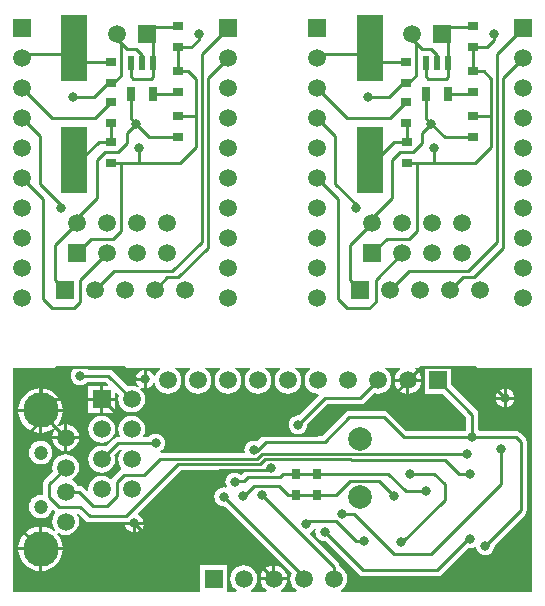
<source format=gbl>
%FSTAX24Y24*%
%MOIN*%
G70*
G01*
G75*
G04 Layer_Physical_Order=2*
G04 Layer_Color=16711680*
%ADD10O,0.0630X0.0138*%
%ADD11R,0.0630X0.0138*%
%ADD12R,0.0315X0.0374*%
%ADD13O,0.0709X0.0118*%
%ADD14O,0.0118X0.0709*%
%ADD15R,0.0374X0.0315*%
%ADD16O,0.0138X0.0630*%
%ADD17R,0.0138X0.0630*%
%ADD18R,0.0630X0.0630*%
%ADD19R,0.0551X0.0827*%
%ADD20R,0.1004X0.0374*%
%ADD21R,0.1004X0.1299*%
%ADD22R,0.0512X0.0472*%
%ADD23R,0.0472X0.0512*%
%ADD24C,0.0100*%
%ADD25C,0.0200*%
%ADD26R,0.0591X0.0591*%
%ADD27C,0.0591*%
%ADD28R,0.0591X0.0591*%
%ADD29C,0.1181*%
%ADD30C,0.0787*%
%ADD31C,0.0320*%
%ADD32C,0.0472*%
%ADD33R,0.0900X0.2200*%
%ADD34R,0.0217X0.0472*%
%ADD35R,0.0256X0.0472*%
G36*
X037313Y011104D02*
X030952D01*
X030936Y011151D01*
X031015Y011212D01*
X031087Y011305D01*
X031131Y011414D01*
X031147Y01153D01*
X031131Y011646D01*
X031087Y011754D01*
X031015Y011847D01*
X030922Y011919D01*
X030902Y011927D01*
Y011931D01*
X030902Y011931D01*
X030902Y011932D01*
Y011932D01*
X030902D01*
X030902Y011932D01*
X030886Y01201D01*
X030842Y012076D01*
X0299Y013018D01*
X029909Y013067D01*
X029917Y01307D01*
X029982Y01312D01*
X030031Y013185D01*
X030038Y0132D01*
X030088Y013205D01*
X030093Y013197D01*
X030089Y013186D01*
X030078Y013105D01*
X030089Y013024D01*
X03012Y012948D01*
X030169Y012884D01*
X030234Y012834D01*
X03031Y012803D01*
X030391Y012792D01*
X030412Y012795D01*
X031529Y011678D01*
X031595Y011634D01*
X031673Y011618D01*
X034148D01*
X034226Y011634D01*
X034292Y011678D01*
X034292Y011678D01*
X034292Y011678D01*
X035177Y012563D01*
X035233Y012556D01*
X035314Y012566D01*
X035389Y012598D01*
X035393Y0126D01*
X035439Y012581D01*
X035443Y012551D01*
X035474Y012476D01*
X035524Y012411D01*
X035589Y012362D01*
X035664Y01233D01*
X035745Y01232D01*
X035826Y01233D01*
X035901Y012362D01*
X035966Y012411D01*
X036016Y012476D01*
X036047Y012551D01*
X036058Y012632D01*
X036055Y012654D01*
X03707Y013669D01*
X03707Y013669D01*
X037097Y013709D01*
X037114Y013735D01*
X03713Y013813D01*
X03713Y013813D01*
X03713Y013813D01*
Y013813D01*
Y016097D01*
X03713Y016097D01*
X03713Y016097D01*
Y016097D01*
X03713D01*
X03713Y016097D01*
X037114Y016175D01*
X03707Y016241D01*
X036913Y016399D01*
X036847Y016443D01*
X036769Y016458D01*
X035546D01*
X035533Y016475D01*
X035516Y016489D01*
Y017002D01*
X0355Y01708D01*
X035456Y017147D01*
X034615Y017987D01*
Y01857D01*
X037313D01*
Y011104D01*
D02*
G37*
G36*
X033725Y017699D02*
X034327D01*
X035108Y016918D01*
Y016489D01*
X035091Y016475D01*
X035078Y016458D01*
X033113D01*
X032503Y017068D01*
X032437Y017112D01*
X032359Y017128D01*
X031217D01*
X031139Y017112D01*
X031073Y017068D01*
X030306Y016301D01*
X028422D01*
X028344Y016285D01*
X028278Y016241D01*
X028145Y016108D01*
X028109Y016123D01*
X028028Y016134D01*
X027947Y016123D01*
X027872Y016092D01*
X027807Y016042D01*
X027758Y015978D01*
X027726Y015902D01*
X027716Y015821D01*
X027722Y015773D01*
X027689Y015735D01*
X024921D01*
X024911Y015784D01*
X024917Y015787D01*
X024982Y015836D01*
X025031Y015901D01*
X025063Y015977D01*
X025073Y016057D01*
X025063Y016138D01*
X025031Y016214D01*
X024982Y016279D01*
X024917Y016328D01*
X024842Y016359D01*
X024761Y01637D01*
X02468Y016359D01*
X024604Y016328D01*
X02454Y016279D01*
X024526Y016261D01*
X024382D01*
X024354Y016303D01*
X024395Y016402D01*
X024411Y016518D01*
X024395Y016634D01*
X02435Y016743D01*
X024279Y016836D01*
X024186Y016907D01*
X024078Y016952D01*
X023961Y016967D01*
X023845Y016952D01*
X023737Y016907D01*
X023644Y016836D01*
X023572Y016743D01*
X023528Y016634D01*
X023512Y016518D01*
X023528Y016402D01*
X023569Y016303D01*
X023541Y016261D01*
X023501D01*
X023423Y016246D01*
X023357Y016202D01*
X023098Y015943D01*
X023078Y015952D01*
X022961Y015967D01*
X022845Y015952D01*
X022737Y015907D01*
X022644Y015836D01*
X022572Y015743D01*
X022528Y015634D01*
X022512Y015518D01*
X022528Y015402D01*
X022572Y015294D01*
X022644Y015201D01*
X022737Y015129D01*
X022845Y015084D01*
X022961Y015069D01*
X023078Y015084D01*
X023186Y015129D01*
X023279Y015201D01*
X02335Y015294D01*
X023395Y015402D01*
X023411Y015518D01*
X023395Y015634D01*
X023387Y015655D01*
X023565Y015834D01*
X023615Y015826D01*
X023623Y015809D01*
X023572Y015743D01*
X023528Y015634D01*
X023512Y015518D01*
X023528Y015402D01*
X023572Y015294D01*
X023606Y015249D01*
X023617Y015196D01*
X023614Y015179D01*
X023553Y015139D01*
X023553Y015139D01*
X023317Y014902D01*
X023295Y014869D01*
X023246Y014861D01*
X023186Y014907D01*
X023078Y014952D01*
X022961Y014967D01*
X022845Y014952D01*
X022737Y014907D01*
X022644Y014836D01*
X022572Y014743D01*
X022528Y014634D01*
X022512Y014518D01*
X022517Y014483D01*
X022472Y014461D01*
X022354Y01458D01*
X022287Y014624D01*
X022209Y014639D01*
X022157D01*
X022149Y01466D01*
X022077Y014753D01*
X021984Y014824D01*
Y01485D01*
X022077Y014921D01*
X022149Y015014D01*
X022194Y015122D01*
X022209Y015239D01*
X022194Y015355D01*
X022149Y015463D01*
X022077Y015556D01*
X021984Y015628D01*
X021876Y015672D01*
X02176Y015688D01*
X021644Y015672D01*
X021535Y015628D01*
X021442Y015556D01*
X021371Y015463D01*
X021326Y015355D01*
X021311Y015239D01*
X021326Y015122D01*
X021335Y015102D01*
X021073Y01484D01*
X021029Y014774D01*
X021013Y014696D01*
Y014352D01*
X020976Y014319D01*
X020929Y014325D01*
X020828Y014312D01*
X020734Y014273D01*
X020653Y014211D01*
X020591Y01413D01*
X020552Y014036D01*
X020539Y013935D01*
X020552Y013835D01*
X020591Y013741D01*
X020653Y01366D01*
X020734Y013598D01*
X020828Y013559D01*
X020929Y013546D01*
X02103Y013559D01*
X021124Y013598D01*
X021204Y01366D01*
X021266Y013741D01*
X021298Y013818D01*
X021347Y013828D01*
X021388Y013787D01*
X021411Y013772D01*
X021419Y013723D01*
X021371Y01366D01*
X021326Y013552D01*
X021311Y013435D01*
X021326Y013319D01*
X021371Y013211D01*
X021417Y01315D01*
X021381Y013116D01*
X021336Y013153D01*
X021208Y013221D01*
X021068Y013264D01*
X020973Y013273D01*
Y012584D01*
X021662D01*
X021653Y012679D01*
X02161Y012819D01*
X021542Y012947D01*
X021471Y013033D01*
X021506Y013069D01*
X021535Y013046D01*
X021644Y013002D01*
X02176Y012986D01*
X021876Y013002D01*
X021984Y013046D01*
X022077Y013118D01*
X022149Y013211D01*
X022194Y013319D01*
X022209Y013435D01*
X022194Y013552D01*
X022149Y01366D01*
X022133Y01368D01*
X022171Y013713D01*
X022412Y013472D01*
X022478Y013428D01*
X022556Y013413D01*
X023711D01*
X023739Y01338D01*
X023744Y013413D01*
X023776D01*
X023854Y013428D01*
X023858Y01343D01*
X024358D01*
X024354Y013461D01*
X024323Y013537D01*
X024273Y013601D01*
X024208Y013651D01*
X024133Y013682D01*
X024132Y013684D01*
X025596Y015147D01*
X027738D01*
X027748Y015098D01*
X027682Y015054D01*
X027629Y015002D01*
X027591D01*
X027555Y015029D01*
X027479Y01506D01*
X027398Y015071D01*
X027317Y01506D01*
X027242Y015029D01*
X027177Y014979D01*
X027128Y014915D01*
X027096Y014839D01*
X027086Y014758D01*
X027096Y014677D01*
X027125Y014609D01*
X027094Y01457D01*
X027024Y014579D01*
X026943Y014568D01*
X026868Y014537D01*
X026803Y014487D01*
X026754Y014422D01*
X026722Y014347D01*
X026712Y014266D01*
X026722Y014185D01*
X026754Y01411D01*
X026803Y014045D01*
X026868Y013995D01*
X026943Y013964D01*
X027024Y013953D01*
X027046Y013956D01*
X029291Y011711D01*
X029264Y011646D01*
X029249Y01153D01*
X029264Y011414D01*
X029309Y011305D01*
X02938Y011212D01*
X02946Y011151D01*
X029444Y011104D01*
X028952D01*
X028936Y011151D01*
X029015Y011212D01*
X029087Y011305D01*
X029131Y011414D01*
X02914Y01148D01*
X028255D01*
X028264Y011414D01*
X028309Y011305D01*
X02838Y011212D01*
X02846Y011151D01*
X028444Y011104D01*
X027952D01*
X027936Y011151D01*
X028015Y011212D01*
X028087Y011305D01*
X028131Y011414D01*
X028147Y01153D01*
X028131Y011646D01*
X028087Y011754D01*
X028015Y011847D01*
X027922Y011919D01*
X027814Y011964D01*
X027698Y011979D01*
X027581Y011964D01*
X027473Y011919D01*
X02738Y011847D01*
X027309Y011754D01*
X027264Y011646D01*
X027249Y01153D01*
X027264Y011414D01*
X027309Y011305D01*
X02738Y011212D01*
X02746Y011151D01*
X027444Y011104D01*
X027143D01*
Y011975D01*
X026252D01*
Y011104D01*
X020004D01*
Y01857D01*
X022004D01*
X02202Y018523D01*
X02202Y018523D01*
X02197Y018458D01*
X021939Y018383D01*
X021928Y018302D01*
X021939Y018221D01*
X02197Y018145D01*
X02202Y01808D01*
X022085Y018031D01*
X02216Y018D01*
X022241Y017989D01*
X022322Y018D01*
X022397Y018031D01*
X022462Y01808D01*
X022475Y018098D01*
X023093D01*
X023182Y01801D01*
X023162Y017963D01*
X023011D01*
Y017568D01*
X023407D01*
Y017719D01*
X023453Y017738D01*
X023536Y017655D01*
X023528Y017634D01*
X023512Y017518D01*
X023528Y017402D01*
X023572Y017294D01*
X023644Y017201D01*
X023737Y017129D01*
X023845Y017084D01*
X023961Y017069D01*
X024078Y017084D01*
X024186Y017129D01*
X024279Y017201D01*
X02435Y017294D01*
X024395Y017402D01*
X024411Y017518D01*
X024395Y017634D01*
X02435Y017743D01*
X024279Y017836D01*
X024247Y01786D01*
X024272Y017904D01*
X024325Y017881D01*
X024356Y017877D01*
Y018133D01*
X0241D01*
X024104Y018103D01*
X024136Y018027D01*
X024185Y017962D01*
X024189Y017959D01*
X024164Y017916D01*
X024078Y017952D01*
X023961Y017967D01*
X023845Y017952D01*
X023825Y017943D01*
X023322Y018446D01*
X023256Y01849D01*
X023178Y018505D01*
X022499D01*
X02247Y018546D01*
X022478Y01857D01*
X024916D01*
X024932Y018523D01*
X024853Y018462D01*
X024781Y018369D01*
X024748Y018289D01*
X024698Y018289D01*
X024677Y01834D01*
X024627Y018405D01*
X024563Y018454D01*
X024487Y018485D01*
X024456Y01849D01*
Y018183D01*
Y017877D01*
X024487Y017881D01*
X024563Y017913D01*
X024627Y017962D01*
X024677Y018027D01*
X024685Y018046D01*
X024735Y01804D01*
X024736Y018028D01*
X024781Y01792D01*
X024853Y017827D01*
X024946Y017755D01*
X025054Y01771D01*
X02517Y017695D01*
X025286Y01771D01*
X025395Y017755D01*
X025488Y017827D01*
X025559Y01792D01*
X025604Y018028D01*
X025619Y018144D01*
X025604Y01826D01*
X025559Y018369D01*
X025488Y018462D01*
X025395Y018533D01*
X025402Y01857D01*
X025916D01*
X025932Y018523D01*
X025853Y018462D01*
X025781Y018369D01*
X025736Y01826D01*
X025721Y018144D01*
X025736Y018028D01*
X025781Y01792D01*
X025853Y017827D01*
X025946Y017755D01*
X026054Y01771D01*
X02617Y017695D01*
X026286Y01771D01*
X026395Y017755D01*
X026488Y017827D01*
X026559Y01792D01*
X026604Y018028D01*
X026619Y018144D01*
X026604Y01826D01*
X026559Y018369D01*
X026488Y018462D01*
X026395Y018533D01*
X026402Y01857D01*
X026916D01*
X026932Y018523D01*
X026853Y018462D01*
X026781Y018369D01*
X026736Y01826D01*
X026721Y018144D01*
X026736Y018028D01*
X026781Y01792D01*
X026853Y017827D01*
X026946Y017755D01*
X027054Y01771D01*
X02717Y017695D01*
X027286Y01771D01*
X027395Y017755D01*
X027488Y017827D01*
X027559Y01792D01*
X027604Y018028D01*
X027619Y018144D01*
X027604Y01826D01*
X027559Y018369D01*
X027488Y018462D01*
X027395Y018533D01*
X027402Y01857D01*
X027916D01*
X027932Y018523D01*
X027853Y018462D01*
X027781Y018369D01*
X027736Y01826D01*
X027721Y018144D01*
X027736Y018028D01*
X027781Y01792D01*
X027853Y017827D01*
X027946Y017755D01*
X028054Y01771D01*
X02817Y017695D01*
X028286Y01771D01*
X028395Y017755D01*
X028488Y017827D01*
X028559Y01792D01*
X028604Y018028D01*
X028619Y018144D01*
X028604Y01826D01*
X028559Y018369D01*
X028488Y018462D01*
X028395Y018533D01*
X028402Y01857D01*
X028916D01*
X028932Y018523D01*
X028853Y018462D01*
X028781Y018369D01*
X028736Y01826D01*
X028721Y018144D01*
X028736Y018028D01*
X028781Y01792D01*
X028853Y017827D01*
X028946Y017755D01*
X029054Y01771D01*
X02917Y017695D01*
X029286Y01771D01*
X029395Y017755D01*
X029488Y017827D01*
X029559Y01792D01*
X029604Y018028D01*
X029619Y018144D01*
X029604Y01826D01*
X029559Y018369D01*
X029488Y018462D01*
X029395Y018533D01*
X029402Y01857D01*
X029916D01*
X029932Y018523D01*
X029853Y018462D01*
X029781Y018369D01*
X029736Y01826D01*
X029721Y018144D01*
X029736Y018028D01*
X029781Y01792D01*
X029853Y017827D01*
X029946Y017755D01*
X030054Y01771D01*
X03017Y017695D01*
X030178Y017696D01*
X0302Y017651D01*
X029577Y017028D01*
X029577Y017028D01*
X029526Y016978D01*
X029505Y01698D01*
X029424Y01697D01*
X029348Y016939D01*
X029284Y016889D01*
X029234Y016824D01*
X029203Y016749D01*
X029192Y016668D01*
X029203Y016587D01*
X029234Y016511D01*
X029284Y016447D01*
X029348Y016397D01*
X029424Y016366D01*
X029505Y016355D01*
X029586Y016366D01*
X029661Y016397D01*
X029726Y016447D01*
X029776Y016511D01*
X029807Y016587D01*
X029817Y016668D01*
X029815Y016689D01*
X029865Y01674D01*
X029865Y01674D01*
X030475Y01735D01*
X03158D01*
X031658Y017365D01*
X031724Y017409D01*
X032033Y017719D01*
X032054Y01771D01*
X03217Y017695D01*
X032286Y01771D01*
X032395Y017755D01*
X032488Y017827D01*
X032559Y01792D01*
X032604Y018028D01*
X032619Y018144D01*
X032604Y01826D01*
X032559Y018369D01*
X032488Y018462D01*
X032395Y018533D01*
X032402Y01857D01*
X032916D01*
X032932Y018523D01*
X032853Y018462D01*
X032781Y018369D01*
X032736Y01826D01*
X032728Y018194D01*
X033613D01*
X033604Y01826D01*
X033559Y018369D01*
X033488Y018462D01*
X033395Y018533D01*
X033402Y01857D01*
X033725D01*
Y017699D01*
D02*
G37*
%LPC*%
G36*
X024358Y01333D02*
X024102D01*
Y013074D01*
X024133Y013078D01*
X024208Y01311D01*
X024273Y013159D01*
X024323Y013224D01*
X024354Y013299D01*
X024358Y01333D01*
D02*
G37*
G36*
X020929Y016128D02*
X020828Y016115D01*
X020734Y016076D01*
X020653Y016014D01*
X020591Y015933D01*
X020552Y015839D01*
X020539Y015739D01*
X020552Y015638D01*
X020591Y015544D01*
X020653Y015463D01*
X020734Y015401D01*
X020828Y015362D01*
X020929Y015349D01*
X02103Y015362D01*
X021124Y015401D01*
X021204Y015463D01*
X021266Y015544D01*
X021305Y015638D01*
X021318Y015739D01*
X021305Y015839D01*
X021266Y015933D01*
X021204Y016014D01*
X021124Y016076D01*
X02103Y016115D01*
X020929Y016128D01*
D02*
G37*
G36*
X02171Y016189D02*
X021317D01*
X021326Y016122D01*
X021371Y016014D01*
X021442Y015921D01*
X021535Y01585D01*
X021644Y015805D01*
X02171Y015796D01*
Y016189D01*
D02*
G37*
G36*
X021662Y01709D02*
X020973D01*
Y016401D01*
X021068Y01641D01*
X021208Y016453D01*
X021336Y016521D01*
X021382Y016559D01*
X021418Y016524D01*
X021371Y016463D01*
X021326Y016355D01*
X021317Y016289D01*
X02171D01*
Y016681D01*
X021644Y016672D01*
X021535Y016628D01*
X021506Y016605D01*
X021471Y016641D01*
X021542Y016727D01*
X02161Y016855D01*
X021653Y016995D01*
X021662Y01709D01*
D02*
G37*
G36*
X022961Y016967D02*
X022845Y016952D01*
X022737Y016907D01*
X022644Y016836D01*
X022572Y016743D01*
X022528Y016634D01*
X022512Y016518D01*
X022528Y016402D01*
X022572Y016294D01*
X022644Y016201D01*
X022737Y016129D01*
X022845Y016084D01*
X022961Y016069D01*
X023078Y016084D01*
X023186Y016129D01*
X023279Y016201D01*
X02335Y016294D01*
X023395Y016402D01*
X023411Y016518D01*
X023395Y016634D01*
X02335Y016743D01*
X023279Y016836D01*
X023186Y016907D01*
X023078Y016952D01*
X022961Y016967D01*
D02*
G37*
G36*
X022203Y016189D02*
X02181D01*
Y015796D01*
X021876Y015805D01*
X021985Y01585D01*
X022078Y015921D01*
X022149Y016014D01*
X022194Y016122D01*
X022203Y016189D01*
D02*
G37*
G36*
X020873Y012484D02*
X020184D01*
X020193Y012389D01*
X020235Y012249D01*
X020304Y01212D01*
X020397Y012008D01*
X020509Y011915D01*
X020638Y011846D01*
X020778Y011804D01*
X020873Y011795D01*
Y012484D01*
D02*
G37*
G36*
X028748Y011972D02*
Y01158D01*
X02914D01*
X029131Y011646D01*
X029087Y011754D01*
X029015Y011847D01*
X028922Y011919D01*
X028814Y011964D01*
X028748Y011972D01*
D02*
G37*
G36*
X028648D02*
X028581Y011964D01*
X028473Y011919D01*
X02838Y011847D01*
X028309Y011754D01*
X028264Y011646D01*
X028255Y01158D01*
X028648D01*
Y011972D01*
D02*
G37*
G36*
X024002Y01333D02*
X023746D01*
X02375Y013299D01*
X023781Y013224D01*
X023831Y013159D01*
X023896Y01311D01*
X023971Y013078D01*
X024002Y013074D01*
Y01333D01*
D02*
G37*
G36*
X020873Y013273D02*
X020778Y013264D01*
X020638Y013221D01*
X020509Y013153D01*
X020397Y01306D01*
X020304Y012947D01*
X020235Y012819D01*
X020193Y012679D01*
X020184Y012584D01*
X020873D01*
Y013273D01*
D02*
G37*
G36*
X021662Y012484D02*
X020973D01*
Y011795D01*
X021068Y011804D01*
X021208Y011846D01*
X021336Y011915D01*
X021449Y012008D01*
X021542Y01212D01*
X02161Y012249D01*
X021653Y012389D01*
X021662Y012484D01*
D02*
G37*
G36*
X02181Y016681D02*
Y016289D01*
X022203D01*
X022194Y016355D01*
X022149Y016463D01*
X022078Y016556D01*
X021985Y016628D01*
X021876Y016672D01*
X02181Y016681D01*
D02*
G37*
G36*
X036464Y01786D02*
Y017604D01*
X03672D01*
X036716Y017634D01*
X036685Y01771D01*
X036635Y017775D01*
X036571Y017824D01*
X036495Y017856D01*
X036464Y01786D01*
D02*
G37*
G36*
X036364D02*
X036333Y017856D01*
X036258Y017824D01*
X036193Y017775D01*
X036143Y01771D01*
X036112Y017634D01*
X036108Y017604D01*
X036364D01*
Y01786D01*
D02*
G37*
G36*
X022911Y017963D02*
X022516D01*
Y017568D01*
X022911D01*
Y017963D01*
D02*
G37*
G36*
X024356Y01849D02*
X024325Y018485D01*
X02425Y018454D01*
X024185Y018405D01*
X024136Y01834D01*
X024104Y018264D01*
X0241Y018233D01*
X024356D01*
Y01849D01*
D02*
G37*
G36*
X033613Y018094D02*
X03322D01*
Y017702D01*
X033286Y01771D01*
X033395Y017755D01*
X033488Y017827D01*
X033559Y01792D01*
X033604Y018028D01*
X033613Y018094D01*
D02*
G37*
G36*
X03312D02*
X032728D01*
X032736Y018028D01*
X032781Y01792D01*
X032853Y017827D01*
X032946Y017755D01*
X033054Y01771D01*
X03312Y017702D01*
Y018094D01*
D02*
G37*
G36*
X03672Y017504D02*
X036464D01*
Y017247D01*
X036495Y017252D01*
X036571Y017283D01*
X036635Y017332D01*
X036685Y017397D01*
X036716Y017473D01*
X03672Y017504D01*
D02*
G37*
G36*
X023407Y017468D02*
X023011D01*
Y017073D01*
X023407D01*
Y017468D01*
D02*
G37*
G36*
X022911D02*
X022516D01*
Y017073D01*
X022911D01*
Y017468D01*
D02*
G37*
G36*
X020873Y01709D02*
X020184D01*
X020193Y016995D01*
X020235Y016855D01*
X020304Y016727D01*
X020397Y016614D01*
X020509Y016521D01*
X020638Y016453D01*
X020778Y01641D01*
X020873Y016401D01*
Y01709D01*
D02*
G37*
G36*
X036364Y017504D02*
X036108D01*
X036112Y017473D01*
X036143Y017397D01*
X036193Y017332D01*
X036258Y017283D01*
X036333Y017252D01*
X036364Y017247D01*
Y017504D01*
D02*
G37*
G36*
X020973Y017879D02*
Y01719D01*
X021662D01*
X021653Y017285D01*
X02161Y017425D01*
X021542Y017554D01*
X021449Y017666D01*
X021336Y017759D01*
X021208Y017828D01*
X021068Y01787D01*
X020973Y017879D01*
D02*
G37*
G36*
X020873D02*
X020778Y01787D01*
X020638Y017828D01*
X020509Y017759D01*
X020397Y017666D01*
X020304Y017554D01*
X020235Y017425D01*
X020193Y017285D01*
X020184Y01719D01*
X020873D01*
Y017879D01*
D02*
G37*
%LPD*%
D12*
X029446Y015034D02*
D03*
X030154D02*
D03*
X029446Y014325D02*
D03*
X030154D02*
D03*
D15*
X033117Y027439D02*
D03*
Y02673D02*
D03*
X035343Y028454D02*
D03*
Y027746D02*
D03*
Y029246D02*
D03*
Y029954D02*
D03*
Y026954D02*
D03*
Y026246D02*
D03*
X033127Y025392D02*
D03*
Y0261D02*
D03*
X033117Y028059D02*
D03*
Y028768D02*
D03*
X023274Y027439D02*
D03*
Y02673D02*
D03*
X0255Y028454D02*
D03*
Y027746D02*
D03*
Y029246D02*
D03*
Y029954D02*
D03*
Y026954D02*
D03*
Y026246D02*
D03*
X023284Y025392D02*
D03*
Y0261D02*
D03*
X023274Y028059D02*
D03*
Y028768D02*
D03*
D24*
X034043Y025392D02*
Y0259D01*
X031971Y022382D02*
X031984D01*
X031971Y023382D02*
Y023549D01*
X031233Y022643D02*
X031971Y023382D01*
X031233Y021506D02*
Y022643D01*
Y021506D02*
X03158Y021159D01*
X030843Y02085D02*
X031143Y02055D01*
X031883D01*
X032093Y02076D01*
Y021503D01*
X032971Y022382D01*
X03258Y021159D02*
X03321Y02179D01*
X035163D01*
X03458Y021159D02*
X034994Y021574D01*
X035356D01*
X030743Y0247D02*
X031463Y02398D01*
X035163Y02179D02*
X036143Y02277D01*
X035356Y021574D02*
X036343Y02256D01*
X036143Y02277D02*
Y029026D01*
X036343Y02256D02*
Y028226D01*
X033643Y026052D02*
Y0264D01*
X033943Y0267D01*
X035343Y029246D02*
X035788D01*
X036043Y0295D01*
Y0297D01*
X030143Y026902D02*
X030743Y026302D01*
Y0247D02*
Y026302D01*
X033943Y0267D02*
X034397Y026246D01*
X033767Y026876D02*
X033943Y0267D01*
X031843Y0276D02*
X032543D01*
X033002Y028059D01*
X033117D01*
X032578Y0269D02*
X033117Y027439D01*
X031145Y0269D02*
X032578D01*
X030143Y027902D02*
X031145Y0269D01*
X036343Y028226D02*
X037019Y028902D01*
X036143Y029026D02*
X037019Y029902D01*
X033454Y028311D02*
Y029346D01*
X033475Y029367D01*
X033643Y0292D01*
X033308Y029535D02*
X033475Y029367D01*
X033202Y028059D02*
X033454Y028311D01*
X033117Y028059D02*
X033202D01*
X033308Y029535D02*
Y029693D01*
X033643Y0292D02*
X033943D01*
X034141Y029002D01*
Y028719D02*
Y029002D01*
X035271Y027674D02*
X035343Y027746D01*
X034515Y027674D02*
X035271D01*
X033767Y026876D02*
Y027674D01*
X034397Y026246D02*
X035343D01*
Y028454D02*
X035688D01*
X035943Y0282D01*
Y0271D02*
Y0282D01*
X035343Y026954D02*
X035933D01*
X035343Y028454D02*
Y029246D01*
X034308Y029693D02*
X034554Y029939D01*
X035322D01*
X034308Y029693D02*
X034515Y029486D01*
Y028719D02*
Y029486D01*
Y028272D02*
Y028719D01*
X034443Y0282D02*
X034515Y028272D01*
X033843Y0282D02*
X034443D01*
X033767Y028276D02*
X033843Y0282D01*
X033767Y028276D02*
Y028719D01*
X031896Y029033D02*
X032162Y028768D01*
X033117D01*
X030143Y028902D02*
X030274Y029033D01*
X031896D01*
Y025283D02*
X032713Y0261D01*
X033127D01*
X033117Y02673D02*
X033127Y02672D01*
Y0261D02*
Y02672D01*
X030143Y024902D02*
X030843Y024202D01*
Y02085D02*
Y024202D01*
X033463Y02313D02*
Y02534D01*
X033127Y025392D02*
X034043D01*
X031984Y022382D02*
X032463Y02286D01*
X033193D01*
X033463Y02313D01*
X031971Y023549D02*
X032653Y02423D01*
Y02549D01*
X032903Y02574D01*
X03333D01*
X033643Y026052D01*
X035943Y02593D02*
Y0271D01*
X035404Y025392D02*
X035943Y02593D01*
X034043Y025392D02*
X035404D01*
X0242D02*
Y0259D01*
X022129Y022382D02*
X022142D01*
X022129Y023382D02*
Y023549D01*
X02139Y022643D02*
X022129Y023382D01*
X02139Y021506D02*
Y022643D01*
Y021506D02*
X021737Y021159D01*
X021Y02085D02*
X0213Y02055D01*
X02204D01*
X02225Y02076D01*
Y021503D01*
X023129Y022382D01*
X022737Y021159D02*
X023368Y02179D01*
X02532D01*
X024737Y021159D02*
X025151Y021574D01*
X025514D01*
X0209Y0247D02*
X02162Y02398D01*
X02532Y02179D02*
X0263Y02277D01*
X025514Y021574D02*
X0265Y02256D01*
X0263Y02277D02*
Y029026D01*
X0265Y02256D02*
Y028226D01*
X0238Y026052D02*
Y0264D01*
X0241Y0267D01*
X0255Y029246D02*
X025946D01*
X0262Y0295D01*
Y0297D01*
X0203Y026902D02*
X0209Y026302D01*
Y0247D02*
Y026302D01*
X0241Y0267D02*
X024554Y026246D01*
X023924Y026876D02*
X0241Y0267D01*
X022Y0276D02*
X0227D01*
X023159Y028059D01*
X023274D01*
X022735Y0269D02*
X023274Y027439D01*
X021302Y0269D02*
X022735D01*
X0203Y027902D02*
X021302Y0269D01*
X0265Y028226D02*
X027176Y028902D01*
X0263Y029026D02*
X027176Y029902D01*
X023611Y028311D02*
Y029346D01*
X023633Y029367D01*
X0238Y0292D01*
X023465Y029535D02*
X023633Y029367D01*
X023359Y028059D02*
X023611Y028311D01*
X023274Y028059D02*
X023359D01*
X023465Y029535D02*
Y029693D01*
X0238Y0292D02*
X0241D01*
X024298Y029002D01*
Y028719D02*
Y029002D01*
X025429Y027674D02*
X0255Y027746D01*
X024672Y027674D02*
X025429D01*
X023924Y026876D02*
Y027674D01*
X024554Y026246D02*
X0255D01*
Y028454D02*
X025846D01*
X0261Y0282D01*
Y0271D02*
Y0282D01*
X0255Y026954D02*
X02609D01*
X0255Y028454D02*
Y029246D01*
X024465Y029693D02*
X024711Y029939D01*
X025479D01*
X024465Y029693D02*
X024672Y029486D01*
Y028719D02*
Y029486D01*
Y028272D02*
Y028719D01*
X0246Y0282D02*
X024672Y028272D01*
X024Y0282D02*
X0246D01*
X023924Y028276D02*
X024Y0282D01*
X023924Y028276D02*
Y028719D01*
X022054Y029033D02*
X02232Y028768D01*
X023274D01*
X0203Y028902D02*
X020431Y029033D01*
X022054D01*
Y025283D02*
X022871Y0261D01*
X023284D01*
X023274Y02673D02*
X023284Y02672D01*
Y0261D02*
Y02672D01*
X0203Y024902D02*
X021Y024202D01*
Y02085D02*
Y024202D01*
X02362Y02313D02*
Y02534D01*
X023284Y025392D02*
X0242D01*
X022142Y022382D02*
X02262Y02286D01*
X02335D01*
X02362Y02313D01*
X022129Y023549D02*
X02281Y02423D01*
Y02549D01*
X02306Y02574D01*
X023488D01*
X0238Y026052D01*
X0261Y02593D02*
Y0271D01*
X025562Y025392D02*
X0261Y02593D01*
X0242Y025392D02*
X025562D01*
X029505Y016668D02*
X029721Y016884D01*
X029698Y01153D02*
Y011593D01*
X022241Y018302D02*
X023178D01*
X023961Y017518D01*
X023501Y016057D02*
X024761D01*
X022961Y015518D02*
X023501Y016057D01*
X033225Y015034D02*
X034052D01*
X034406Y01468D01*
X03295Y012711D02*
X034406Y014168D01*
Y01468D01*
X021301Y017518D02*
X022961D01*
X021301Y016698D02*
X02176Y016239D01*
X020923Y016787D02*
Y01714D01*
X020154Y016018D02*
X020923Y016787D01*
X020154Y013302D02*
Y016018D01*
Y013302D02*
X020923Y012534D01*
X036257Y01468D02*
Y015861D01*
X028304Y014325D02*
X030698Y011932D01*
Y01153D02*
Y011932D01*
X035312Y016254D02*
Y017002D01*
X03417Y018144D02*
X035312Y017002D01*
X029721Y016884D02*
X029721D01*
X033028Y016254D02*
X035312D01*
X032359Y016924D02*
X033028Y016254D01*
X031435Y01279D02*
X03169D01*
X030783Y013442D02*
X031435Y01279D01*
X029862Y013442D02*
X030783D01*
X029761Y013341D02*
X029862Y013442D01*
X035312Y016254D02*
X036769D01*
X036926Y016097D01*
Y013813D02*
Y016097D01*
X035745Y012632D02*
X036926Y013813D01*
X020923Y01714D02*
Y018046D01*
X027556Y012672D02*
X028698Y01153D01*
X024052Y01338D02*
X024761Y012672D01*
X03317Y018144D02*
X03362Y018594D01*
X035374D01*
X036454Y017514D01*
X027024Y014266D02*
X029698Y011593D01*
X024761Y012672D02*
X026158D01*
X027556D01*
X028422Y016097D02*
X030391D01*
X031217Y016924D01*
X032359D01*
X029721Y016884D02*
X030391Y017554D01*
X02732Y016333D02*
X030115D01*
X026611Y017042D02*
X02732Y016333D01*
X023438Y017042D02*
X026611D01*
X022961Y017518D02*
X023438Y017042D01*
X021301Y016698D02*
Y017518D01*
X028532Y015144D02*
X028619Y015231D01*
X028107Y015821D02*
X028127Y015802D01*
X028422Y016097D01*
X027398Y014798D02*
X027713D01*
X027826Y01491D01*
X030756Y014325D02*
X031228Y014798D01*
X027826Y01491D02*
X028889D01*
X029013Y015034D01*
X026158Y012672D02*
Y014384D01*
X026918Y015144D01*
X028532D01*
X032713Y012357D02*
X033934D01*
X036257Y01468D01*
X031228Y014798D02*
X032202D01*
X032713Y014286D01*
X029446Y014325D02*
X030154D01*
X030756D01*
X030981Y013695D02*
X031375D01*
X032713Y012357D01*
X031261Y015521D02*
X03128Y015502D01*
X024902Y015531D02*
X028148D01*
X028392Y015521D02*
X031261D01*
X028223Y015351D02*
X028392Y015521D01*
X031336Y015701D02*
X031355Y015682D01*
X028318Y015701D02*
X031336D01*
X028148Y015531D02*
X028318Y015701D01*
X035133Y015682D02*
X035154Y015703D01*
X031355Y015682D02*
X035133D01*
X021217Y014696D02*
X02176Y015239D01*
X021217Y014246D02*
Y014696D01*
Y014246D02*
X021532Y013931D01*
X022241D01*
X022556Y013617D01*
X023776D01*
X02176Y014435D02*
X022209D01*
X022674Y013971D01*
X023146D01*
X023461Y014286D01*
Y014758D01*
X023698Y014994D01*
X024365D01*
X023776Y013617D02*
X025511Y015351D01*
X028223D01*
X024365Y014994D02*
X024902Y015531D01*
X03128Y015502D02*
X034411D01*
X034879Y015034D01*
X035233D01*
X029013D02*
X032517D01*
X033107Y014443D01*
X033776D01*
X030391Y017554D02*
X03158D01*
X03217Y018144D01*
X030115Y016333D02*
X030981Y017199D01*
X032225D01*
X03317Y018144D01*
X028043Y014615D02*
X02888D01*
X02917Y014325D01*
X029446D01*
X027674Y014246D02*
Y014345D01*
Y014246D02*
X028043Y014615D01*
X030391Y013105D02*
X031673Y011822D01*
X034148D01*
X035233Y012908D01*
X021468Y018592D02*
X023683D01*
X024091Y018183D01*
X024406D01*
X020923Y018046D02*
X021468Y018592D01*
D26*
X030143Y029902D02*
D03*
X037019Y029902D02*
D03*
X0203Y029902D02*
D03*
X027176Y029902D02*
D03*
X022961Y017518D02*
D03*
D27*
X030143Y028902D02*
D03*
Y026902D02*
D03*
Y025902D02*
D03*
Y024902D02*
D03*
Y023902D02*
D03*
Y022902D02*
D03*
Y021902D02*
D03*
Y020902D02*
D03*
Y027902D02*
D03*
X037019Y028902D02*
D03*
Y026902D02*
D03*
Y025902D02*
D03*
Y024902D02*
D03*
Y023902D02*
D03*
Y022902D02*
D03*
Y021902D02*
D03*
Y020902D02*
D03*
Y027902D02*
D03*
X033308Y029693D02*
D03*
X031971Y023382D02*
D03*
X032971Y022382D02*
D03*
Y023382D02*
D03*
X033971Y022382D02*
D03*
Y023382D02*
D03*
X034971Y022382D02*
D03*
Y023382D02*
D03*
X03558Y021159D02*
D03*
X03458D02*
D03*
X03358D02*
D03*
X03258D02*
D03*
X0203Y028902D02*
D03*
Y026902D02*
D03*
Y025902D02*
D03*
Y024902D02*
D03*
Y023902D02*
D03*
Y022902D02*
D03*
Y021902D02*
D03*
Y020902D02*
D03*
Y027902D02*
D03*
X027176Y028902D02*
D03*
Y026902D02*
D03*
Y025902D02*
D03*
Y024902D02*
D03*
Y023902D02*
D03*
Y022902D02*
D03*
Y021902D02*
D03*
Y020902D02*
D03*
Y027902D02*
D03*
X023465Y029693D02*
D03*
X022129Y023382D02*
D03*
X023129Y022382D02*
D03*
Y023382D02*
D03*
X024129Y022382D02*
D03*
Y023382D02*
D03*
X025129Y022382D02*
D03*
Y023382D02*
D03*
X025737Y021159D02*
D03*
X024737D02*
D03*
X023737D02*
D03*
X022737D02*
D03*
X02176Y016239D02*
D03*
X02176Y015239D02*
D03*
Y014435D02*
D03*
Y013435D02*
D03*
X03217Y018144D02*
D03*
X02517D02*
D03*
X02617D02*
D03*
X02717D02*
D03*
X02817D02*
D03*
X02917D02*
D03*
X03017D02*
D03*
X03117D02*
D03*
X03317D02*
D03*
X023961Y014518D02*
D03*
X022961D02*
D03*
X023961Y015518D02*
D03*
X022961D02*
D03*
X023961Y016518D02*
D03*
X022961D02*
D03*
X023961Y017518D02*
D03*
X027698Y01153D02*
D03*
X028698D02*
D03*
X029698D02*
D03*
X030698D02*
D03*
D28*
X034308Y029693D02*
D03*
X031971Y022382D02*
D03*
X03158Y021159D02*
D03*
X024465Y029693D02*
D03*
X022129Y022382D02*
D03*
X021737Y021159D02*
D03*
X03417Y018144D02*
D03*
X026698Y01153D02*
D03*
D29*
X020923Y012534D02*
D03*
X020923Y01714D02*
D03*
D30*
X031572Y016206D02*
D03*
Y014256D02*
D03*
D31*
X031453Y0239D02*
D03*
X034043Y0259D02*
D03*
X036043Y0297D02*
D03*
X033943Y0267D02*
D03*
X031843Y0276D02*
D03*
X02161Y0239D02*
D03*
X0242Y0259D02*
D03*
X0262Y0297D02*
D03*
X0241Y0267D02*
D03*
X022Y0276D02*
D03*
X029505Y016668D02*
D03*
X035154Y015703D02*
D03*
X035233Y015034D02*
D03*
X033776Y014443D02*
D03*
X033225Y015034D02*
D03*
X03295Y01275D02*
D03*
X036257Y015861D02*
D03*
X022241Y018302D02*
D03*
X024761Y016057D02*
D03*
X024052Y01338D02*
D03*
X028304Y014325D02*
D03*
X029761Y013341D02*
D03*
X035312Y016254D02*
D03*
X03169Y01279D02*
D03*
X030391Y013105D02*
D03*
X030981Y013695D02*
D03*
X035233Y012868D02*
D03*
X035745Y012632D02*
D03*
X024406Y018183D02*
D03*
X036414Y017554D02*
D03*
X027024Y014266D02*
D03*
X028619Y015231D02*
D03*
X027398Y014758D02*
D03*
X028028Y015821D02*
D03*
X027674Y014306D02*
D03*
X032713Y014286D02*
D03*
D32*
X020929Y013935D02*
D03*
Y015739D02*
D03*
D33*
X031896Y029233D02*
D03*
Y025483D02*
D03*
X022054Y029233D02*
D03*
Y025483D02*
D03*
D34*
X033767Y028719D02*
D03*
X034141D02*
D03*
X034515D02*
D03*
X023924D02*
D03*
X024298D02*
D03*
X024672D02*
D03*
D35*
X034515Y027674D02*
D03*
X033767D02*
D03*
X024672D02*
D03*
X023924D02*
D03*
M02*

</source>
